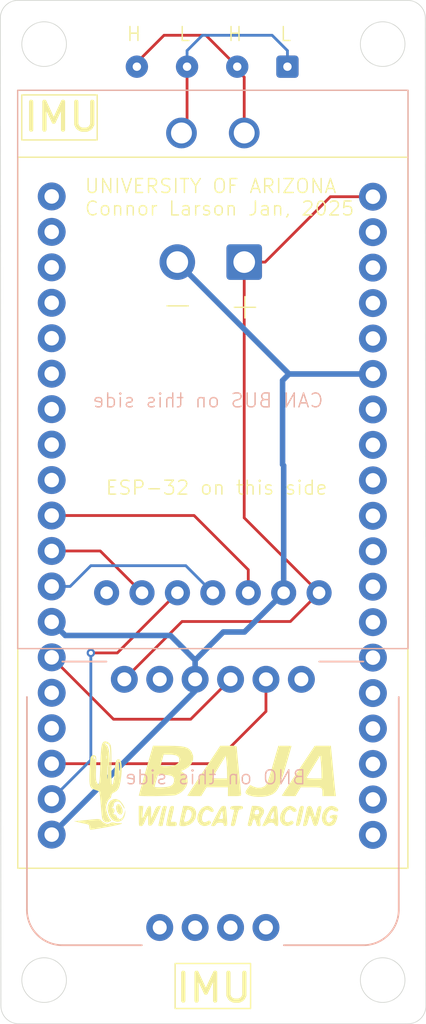
<source format=kicad_pcb>
(kicad_pcb (version 20240108) (generator "pcbnew") (generator_version "8.0")
  (layers (0 "F.Cu" signal) (31 "B.Cu" signal) (34 "B.Paste" user) (35 "F.Paste" user) (36 "B.SilkS" user "B.Silkscreen") (37 "F.SilkS" user "F.Silkscreen") (38 "B.Mask" user) (39 "F.Mask" user) (44 "Edge.Cuts" user))
  (net 0 "")
  (net 6 "GND")
  (net 16 "SI")
  (net 26 "CS")
  (net 33 "+5v")
  (net 34 "SCK")
  (net 35 "SDA")
  (net 36 "SO")
  (net 37 "SCL")
  (net 44 "Low")
  (net 45 "High")
  (footprint "Connector_Wire:SolderWire-0.75sqmm_1x02_P4.8mm_D1.25mm_OD2.3mm" (layer "F.Cu") (at 131.75 76.5 180)
    (property "Reference" "J1" (hide yes))
    (property "Value" "Conn_01x02")
    (pad "1" thru_hole roundrect (at 0 0 180) (size 2.55 2.55) (drill 1.55) (layers "*.Cu" "*.Mask") (roundrect_rratio 0.098039) (net 33 "+5v"))
    (pad "2" thru_hole circle (at 4.8 0 180) (size 2.55 2.55) (drill 1.55) (layers "*.Cu" "*.Mask") (net 6 "GND"))
  )
  (footprint "BAJA SAE:Baja Logo" (layer "F.Cu") (at 129 114)
    (property "Reference" "G***" (hide yes))
    (property "Value" "LOGO" (hide yes))
    (fp_poly (pts (xy -6.150348 1.386464) (xy -6.047882 1.527298) (xy -5.981696 1.710629) (xy -5.972291 1.894405) (xy -5.978448 1.925236) (xy -6.052756 2.061477) (xy -6.163169 2.089719) (xy -6.284948 2.013076) (xy -6.375404 1.875262) (xy -6.439841 1.66625) (xy -6.434342 1.485397) (xy -6.365006 1.363829) (xy -6.268591 1.330174)) (fill solid) (layer "F.SilkS"))
    (fp_poly (pts (xy 6.957772 1.460167) (xy 7.000893 1.483375) (xy 7.016623 1.546401) (xy 7.004794 1.669164) (xy 6.965236 1.871582) (xy 6.89778 2.173575) (xy 6.88071 2.248628) (xy 6.811382 2.539312) (xy 6.755864 2.727888) (xy 6.704498 2.836742) (xy 6.647628 2.888258) (xy 6.59872 2.902286) (xy 6.4878 2.887686) (xy 6.460848 2.840987) (xy 6.473704 2.747978) (xy 6.508416 2.561267) (xy 6.559204 2.310781) (xy 6.602392 2.108152) (xy 6.668095 1.816411) (xy 6.719312 1.627234) (xy 6.765593 1.518802) (xy 6.816485 1.469297) (xy 6.881539 1.4569) (xy 6.887429 1.456858)) (fill solid) (layer "F.SilkS"))
    (fp_poly (pts (xy -2.822678 1.477591) (xy -2.808262 1.553555) (xy -2.812183 1.567706) (xy -2.839246 1.67266) (xy -2.8832 1.859133) (xy -2.936797 2.09447) (xy -2.992791 2.346015) (xy -3.043934 2.581116) (xy -3.082979 2.767117) (xy -3.102678 2.871364) (xy -3.10374 2.881374) (xy -3.158212 2.905475) (xy -3.266363 2.913716) (xy -3.383359 2.893443) (xy -3.401988 2.819312) (xy -3.39792 2.802868) (xy -3.371381 2.695621) (xy -3.325314 2.497498) (xy -3.267295 2.241373) (xy -3.230098 2.074439) (xy -3.165654 1.792866) (xy -3.115689 1.612884) (xy -3.069457 1.511936) (xy -3.016215 1.467465) (xy -2.945217 1.456916) (xy -2.935918 1.456858)) (fill solid) (layer "F.SilkS"))
    (fp_poly (pts (xy -2.346638 1.462554) (xy -2.303175 1.49419) (xy -2.292639 1.57359) (xy -2.314263 1.722575) (xy -2.367283 1.96297) (xy -2.401021 2.10611) (xy -2.517416 2.597007) (xy -2.303845 2.597007) (xy -2.157459 2.609929) (xy -2.099026 2.667304) (xy -2.090274 2.755361) (xy -2.098321 2.843123) (xy -2.142293 2.890506) (xy -2.251938 2.909904) (xy -2.457003 2.913712) (xy -2.470324 2.913716) (xy -2.712693 2.901845) (xy -2.833998 2.865773) (xy -2.850374 2.836581) (xy -2.837537 2.745507) (xy -2.802871 2.560476) (xy -2.752144 2.31117) (xy -2.70883 2.108152) (xy -2.643127 1.816411) (xy -2.59191 1.627234) (xy -2.545629 1.518802) (xy -2.494737 1.469297) (xy -2.429683 1.4569) (xy -2.423793 1.456858)) (fill solid) (layer "F.SilkS"))
    (fp_poly (pts (xy 0.355407 1.513633) (xy 0.443392 1.583541) (xy 0.54756 1.735184) (xy 0.550654 1.849614) (xy 0.47488 1.902403) (xy 0.342443 1.869121) (xy 0.247058 1.799528) (xy 0.098141 1.727697) (xy -0.045245 1.776957) (xy -0.17296 1.941798) (xy -0.223826 2.055366) (xy -0.284763 2.300847) (xy -0.270221 2.490533) (xy -0.190875 2.60739) (xy -0.057399 2.634384) (xy 0.098129 2.569119) (xy 0.211454 2.509435) (xy 0.284349 2.531512) (xy 0.324681 2.574942) (xy 0.368261 2.659187) (xy 0.322552 2.739776) (xy 0.260131 2.794292) (xy 0.049326 2.894385) (xy -0.186056 2.900905) (xy -0.395444 2.814512) (xy -0.430681 2.785279) (xy -0.571893 2.593057) (xy -0.6137 2.358739) (xy -0.56967 2.088771) (xy -0.452454 1.816995) (xy -0.278424 1.612165) (xy -0.070494 1.485709) (xy 0.148421 1.449056)) (fill solid) (layer "F.SilkS"))
    (fp_poly (pts (xy 2.455012 1.460389) (xy 2.586365 1.476268) (xy 2.645695 1.512426) (xy 2.660296 1.576793) (xy 2.66035 1.583541) (xy 2.622098 1.683843) (xy 2.506264 1.710224) (xy 2.432972 1.713375) (xy 2.379725 1.73687) (xy 2.336976 1.801777) (xy 2.295178 1.929164) (xy 2.244782 2.140095) (xy 2.183314 2.422818) (xy 2.126885 2.669055) (xy 2.079861 2.815891) (xy 2.028931 2.888555) (xy 1.960786 2.912278) (xy 1.924355 2.913716) (xy 1.8136 2.893279) (xy 1.796567 2.808646) (xy 1.803985 2.771197) (xy 1.894675 2.37571) (xy 1.959176 2.089808) (xy 2.000488 1.8998) (xy 2.02161 1.791995) (xy 2.025997 1.75773) (xy 1.972666 1.721517) (xy 1.874509 1.710224) (xy 1.764316 1.689117) (xy 1.749775 1.606875) (xy 1.755213 1.583541) (xy 1.787817 1.515898) (xy 1.860819 1.477535) (xy 2.00364 1.460508) (xy 2.224346 1.456858)) (fill solid) (layer "F.SilkS"))
    (fp_poly (pts (xy 6.205096 1.4923) (xy 6.356917 1.579925) (xy 6.468548 1.691676) (xy 6.506446 1.7995) (xy 6.495417 1.832218) (xy 6.396028 1.894352) (xy 6.26904 1.882874) (xy 6.184576 1.805237) (xy 6.100219 1.71743) (xy 5.97428 1.724556) (xy 5.83852 1.818257) (xy 5.763396 1.916085) (xy 5.670025 2.135006) (xy 5.64154 2.353717) (xy 5.680018 2.530775) (xy 5.72938 2.594485) (xy 5.842465 2.634712) (xy 5.973941 2.621813) (xy 6.066737 2.566721) (xy 6.080798 2.527169) (xy 6.125728 2.501538) (xy 6.205123 2.532403) (xy 6.293289 2.624702) (xy 6.264332 2.730865) (xy 6.123867 2.833372) (xy 6.106004 2.841794) (xy 5.839435 2.909628) (xy 5.606387 2.856038) (xy 5.476174 2.758241) (xy 5.350908 2.552172) (xy 5.319253 2.3055) (xy 5.368684 2.046792) (xy 5.486681 1.804615) (xy 5.66072 1.607537) (xy 5.87828 1.484126) (xy 6.046628 1.456858)) (fill solid) (layer "F.SilkS"))
    (fp_poly (pts (xy -1.024944 1.501421) (xy -0.822571 1.632283) (xy -0.714477 1.845199) (xy -0.696856 2.008218) (xy -0.752663 2.342767) (xy -0.910193 2.61271) (xy -1.155059 2.804103) (xy -1.472873 2.902999) (xy -1.631047 2.913617) (xy -1.806249 2.902678) (xy -1.885805 2.86154) (xy -1.900608 2.802868) (xy -1.887482 2.695842) (xy -1.855135 2.516204) (xy -1.566087 2.516204) (xy -1.555521 2.587209) (xy -1.470151 2.603361) (xy -1.345574 2.571932) (xy -1.217391 2.500198) (xy -1.144747 2.430111) (xy -1.045523 2.240956) (xy -1.01425 2.039455) (xy -1.051485 1.867257) (xy -1.135985 1.775794) (xy -1.263012 1.722621) (xy -1.346135 1.741367) (xy -1.404779 1.849848) (xy -1.458364 2.065878) (xy -1.459807 2.072813) (xy -1.505953 2.283908) (xy -1.546356 2.449647) (xy -1.566087 2.516204) (xy -1.855135 2.516204) (xy -1.851884 2.498149) (xy -1.799978 2.242524) (xy -1.763454 2.074439) (xy -1.625942 1.456858) (xy -1.316825 1.456858)) (fill solid) (layer "F.SilkS"))
    (fp_poly (pts (xy -7.654053 2.402296) (xy -7.581566 2.422053) (xy -7.554846 2.453547) (xy -7.481472 2.533546) (xy -7.336969 2.63141) (xy -7.276328 2.66441) (xy -7.114003 2.739091) (xy -7.009127 2.753137) (xy -6.910047 2.710302) (xy -6.882959 2.693004) (xy -6.744629 2.631889) (xy -6.592145 2.647756) (xy -6.533611 2.666556) (xy -6.340888 2.70434) (xy -6.168493 2.695843) (xy -6.049475 2.683125) (xy -6.030868 2.732256) (xy -6.096009 2.761441) (xy -6.262066 2.806111) (xy -6.504881 2.861618) (xy -6.800297 2.923312) (xy -7.124156 2.986546) (xy -7.4523 3.04667) (xy -7.760573 3.099035) (xy -8.024816 3.138994) (xy -8.220872 3.161897) (xy -8.28192 3.165433) (xy -8.339884 3.111051) (xy -8.361097 2.981548) (xy -8.369818 2.875834) (xy -8.415829 2.811557) (xy -8.5289 2.767868) (xy -8.725311 2.726489) (xy -8.963523 2.677714) (xy -9.180743 2.627779) (xy -9.279551 2.601781) (xy -9.469576 2.546598) (xy -9.279551 2.536449) (xy -9.1417 2.525849) (xy -8.911272 2.504754) (xy -8.621633 2.476328) (xy -8.338593 2.447166) (xy -8.012126 2.415019) (xy -7.79076 2.400007)) (fill solid) (layer "F.SilkS"))
    (fp_poly (pts (xy 9.207495 1.492935) (xy 9.37541 1.583063) (xy 9.48301 1.700087) (xy 9.501247 1.766789) (xy 9.45167 1.843228) (xy 9.337711 1.864441) (xy 9.211533 1.824864) (xy 9.179918 1.801055) (xy 9.028503 1.730662) (xy 8.877139 1.779111) (xy 8.742338 1.939636) (xy 8.715589 1.991327) (xy 8.639537 2.221473) (xy 8.630229 2.422378) (xy 8.676953 2.574111) (xy 8.768995 2.656737) (xy 8.895641 2.650323) (xy 9.021661 2.560812) (xy 9.111341 2.43708) (xy 9.088575 2.36285) (xy 8.98987 2.343641) (xy 8.888897 2.30952) (xy 8.879568 2.232793) (xy 8.943683 2.16178) (xy 9.075882 2.112808) (xy 9.231617 2.091225) (xy 9.36634 2.102378) (xy 9.4355 2.151615) (xy 9.437552 2.165809) (xy 9.405842 2.372543) (xy 9.32721 2.58937) (xy 9.224056 2.762192) (xy 9.167983 2.816836) (xy 8.961031 2.89987) (xy 8.731289 2.90188) (xy 8.533045 2.825121) (xy 8.489392 2.788643) (xy 8.357929 2.577212) (xy 8.318562 2.324919) (xy 8.359741 2.06068) (xy 8.469916 1.813412) (xy 8.637538 1.612034) (xy 8.851057 1.485463) (xy 9.021312 1.456858)) (fill solid) (layer "F.SilkS"))
    (fp_poly (pts (xy 5.020255 1.461094) (xy 5.075902 1.490704) (xy 5.10944 1.571035) (xy 5.13158 1.727438) (xy 5.152577 1.979426) (xy 5.179115 2.342223) (xy 5.191882 2.597467) (xy 5.189332 2.763698) (xy 5.16992 2.859457) (xy 5.132102 2.903283) (xy 5.07472 2.913716) (xy 4.96326 2.860216) (xy 4.922296 2.787032) (xy 4.860142 2.693914) (xy 4.718542 2.661192) (xy 4.676778 2.660349) (xy 4.476818 2.701378) (xy 4.385274 2.787032) (xy 4.299995 2.863591) (xy 4.184156 2.911837) (xy 4.086407 2.917976) (xy 4.053866 2.88099) (xy 4.08067 2.814998) (xy 4.153762 2.658936) (xy 4.262158 2.435732) (xy 4.304179 2.351063) (xy 4.636469 2.351063) (xy 4.699482 2.402436) (xy 4.750624 2.406982) (xy 4.827915 2.389735) (xy 4.864952 2.316822) (xy 4.874827 2.15649) (xy 4.874652 2.10611) (xy 4.871997 1.805237) (xy 4.750624 2.026932) (xy 4.653516 2.230771) (xy 4.636469 2.351063) (xy 4.304179 2.351063) (xy 4.394876 2.168316) (xy 4.402774 2.152561) (xy 4.551753 1.859899) (xy 4.660391 1.662891) (xy 4.742897 1.54285) (xy 4.813479 1.481094) (xy 4.886344 1.458936) (xy 4.93179 1.456858)) (fill solid) (layer "F.SilkS"))
    (fp_poly (pts (xy 5.89815 -2.848279) (xy 6.065337 -2.842738) (xy 6.14227 -2.834871) (xy 6.14414 -2.833356) (xy 6.127466 -2.770319) (xy 6.080685 -2.602689) (xy 6.008653 -2.347632) (xy 5.916231 -2.022317) (xy 5.808276 -1.643911) (xy 5.738362 -1.399549) (xy 5.582521 -0.867181) (xy 5.448838 -0.442981) (xy 5.32988 -0.111937) (xy 5.218217 0.140961) (xy 5.106415 0.330724) (xy 4.987042 0.472365) (xy 4.852667 0.580894) (xy 4.718953 0.659446) (xy 4.456025 0.750201) (xy 4.117854 0.80214) (xy 3.75023 0.813864) (xy 3.39894 0.783978) (xy 3.109773 0.711085) (xy 3.103741 0.708702) (xy 2.916407 0.615394) (xy 2.838881 0.514133) (xy 2.866817 0.380738) (xy 2.995866 0.191029) (xy 3.007933 0.17582) (xy 3.181857 -0.042153) (xy 3.412001 0.077931) (xy 3.687388 0.164257) (xy 3.965738 0.154053) (xy 4.207034 0.05142) (xy 4.280828 -0.011105) (xy 4.370625 -0.152893) (xy 4.478204 -0.414035) (xy 4.604411 -0.796755) (xy 4.686906 -1.076808) (xy 4.791264 -1.442091) (xy 4.89513 -1.804171) (xy 4.988072 -2.126776) (xy 5.059658 -2.373635) (xy 5.074036 -2.422818) (xy 5.19938 -2.850374) (xy 5.67176 -2.850374)) (fill solid) (layer "F.SilkS"))
    (fp_poly (pts (xy 3.894099 1.498215) (xy 4.083145 1.610966) (xy 4.173425 1.77813) (xy 4.155549 1.982728) (xy 4.026619 2.200148) (xy 3.925582 2.350187) (xy 3.896407 2.505876) (xy 3.908276 2.648399) (xy 3.924104 2.81556) (xy 3.902887 2.892472) (xy 3.831572 2.913277) (xy 3.806851 2.913716) (xy 3.716757 2.902912) (xy 3.660095 2.849956) (xy 3.616109 2.724027) (xy 3.582887 2.581172) (xy 3.524409 2.439744) (xy 3.449901 2.413998) (xy 3.37844 2.497896) (xy 3.332784 2.660349) (xy 3.287711 2.834899) (xy 3.217174 2.907642) (xy 3.176891 2.913716) (xy 3.059293 2.895195) (xy 3.02365 2.875852) (xy 3.003638 2.788899) (xy 3.008833 2.765004) (xy 3.031644 2.674952) (xy 3.074387 2.491645) (xy 3.130025 2.245607) (xy 3.168023 2.074439) (xy 3.18804 1.983634) (xy 3.484761 1.983634) (xy 3.514568 2.066056) (xy 3.626184 2.081717) (xy 3.65798 2.078646) (xy 3.788545 2.038213) (xy 3.831059 1.935394) (xy 3.83217 1.901117) (xy 3.789799 1.761824) (xy 3.713077 1.720695) (xy 3.579793 1.748595) (xy 3.499208 1.875276) (xy 3.484761 1.983634) (xy 3.18804 1.983634) (xy 3.304165 1.456858) (xy 3.615674 1.456858)) (fill solid) (layer "F.SilkS"))
    (fp_poly (pts (xy 7.519941 1.473388) (xy 7.583573 1.540112) (xy 7.644939 1.682729) (xy 7.707912 1.884414) (xy 7.833036 2.31197) (xy 7.926971 1.900249) (xy 7.986169 1.671561) (xy 8.04269 1.540953) (xy 8.111274 1.481026) (xy 8.159331 1.468288) (xy 8.23331 1.466029) (xy 8.276722 1.497477) (xy 8.289397 1.580839) (xy 8.271162 1.734318) (xy 8.221847 1.976121) (xy 8.151692 2.280299) (xy 8.081666 2.562673) (xy 8.025217 2.743494) (xy 7.972052 2.845621) (xy 7.911875 2.891914) (xy 7.871774 2.901901) (xy 7.789399 2.896721) (xy 7.728109 2.835418) (xy 7.669708 2.692006) (xy 7.62785 2.553521) (xy 7.551761 2.300162) (xy 7.496906 2.166361) (xy 7.452837 2.149017) (xy 7.409105 2.245031) (xy 7.355263 2.451303) (xy 7.350502 2.471231) (xy 7.289471 2.698643) (xy 7.232101 2.828492) (xy 7.162959 2.888447) (xy 7.1101 2.902286) (xy 6.999437 2.904345) (xy 6.967581 2.88578) (xy 6.980669 2.808443) (xy 7.015105 2.64041) (xy 7.063653 2.414399) (xy 7.119075 2.163129) (xy 7.174135 1.919319) (xy 7.221594 1.715687) (xy 7.254215 1.584953) (xy 7.259139 1.567706) (xy 7.343921 1.477923) (xy 7.437807 1.456858)) (fill solid) (layer "F.SilkS"))
    (fp_poly (pts (xy 1.354643 1.461107) (xy 1.408252 1.490275) (xy 1.441187 1.568989) (xy 1.463014 1.72188) (xy 1.483299 1.973576) (xy 1.486048 2.011097) (xy 1.50608 2.283217) (xy 1.523968 2.523392) (xy 1.536689 2.691114) (xy 1.53924 2.723691) (xy 1.519935 2.850691) (xy 1.41623 2.901256) (xy 1.409352 2.902286) (xy 1.297774 2.890286) (xy 1.266836 2.792935) (xy 1.266833 2.791438) (xy 1.246616 2.705406) (xy 1.163362 2.667712) (xy 1.017735 2.660349) (xy 0.841299 2.676609) (xy 0.751921 2.736097) (xy 0.728429 2.787032) (xy 0.635414 2.893488) (xy 0.534136 2.913716) (xy 0.417047 2.899876) (xy 0.38005 2.87437) (xy 0.407659 2.806122) (xy 0.482929 2.64883) (xy 0.594523 2.425558) (xy 0.619647 2.376593) (xy 0.950125 2.376593) (xy 1.000272 2.404116) (xy 1.106475 2.403165) (xy 1.202375 2.377878) (xy 1.224602 2.359476) (xy 1.233043 2.271944) (xy 1.21891 2.112313) (xy 1.210704 2.058603) (xy 1.168219 1.805237) (xy 1.059172 2.075721) (xy 0.994139 2.243066) (xy 0.955129 2.3551) (xy 0.950125 2.376593) (xy 0.619647 2.376593) (xy 0.731106 2.159368) (xy 0.738079 2.145941) (xy 0.891775 1.854899) (xy 1.004062 1.659122) (xy 1.089247 1.540101) (xy 1.161639 1.479327) (xy 1.235547 1.458294) (xy 1.270797 1.456858)) (fill solid) (layer "F.SilkS"))
    (fp_poly (pts (xy -6.196559 1.064439) (xy -6.132059 1.124314) (xy -5.957967 1.342816) (xy -5.851344 1.543801) (xy -5.827431 1.65614) (xy -5.852003 1.652915) (xy -5.915096 1.557717) (xy -5.96995 1.455688) (xy -6.117511 1.234224) (xy -6.268512 1.139083) (xy -6.42105 1.147257) (xy -6.547346 1.220507) (xy -6.606414 1.328987) (xy -6.60036 1.380724) (xy -6.622208 1.4788) (xy -6.690434 1.555069) (xy -6.759353 1.616623) (xy -6.723895 1.617452) (xy -6.706703 1.611785) (xy -6.619705 1.633497) (xy -6.561793 1.730203) (xy -6.55198 1.850616) (xy -6.589605 1.92766) (xy -6.648056 2.022723) (xy -6.59482 2.06697) (xy -6.544412 2.067401) (xy -6.444384 2.115999) (xy -6.392372 2.216957) (xy -6.356944 2.311557) (xy -6.338464 2.31197) (xy -6.301444 2.305729) (xy -6.237137 2.371583) (xy -6.168616 2.437605) (xy -6.144139 2.419089) (xy -6.093183 2.351865) (xy -6.051044 2.343641) (xy -5.97448 2.286062) (xy -5.892617 2.132102) (xy -5.860073 2.042768) (xy -5.762197 1.741895) (xy -5.789622 2.017323) (xy -5.865221 2.290842) (xy -6.014816 2.484979) (xy -6.215105 2.589105) (xy -6.442785 2.592591) (xy -6.674554 2.484809) (xy -6.725045 2.443995) (xy -6.886711 2.233518) (xy -7.001936 1.952264) (xy -7.052612 1.652928) (xy -7.047277 1.506297) (xy -6.966858 1.251405) (xy -6.815572 1.068919) (xy -6.619423 0.969694) (xy -6.404417 0.964583)) (fill solid) (layer "F.SilkS"))
    (fp_poly (pts (xy 9.113508 -1.314339) (xy 9.15553 -0.870088) (xy 9.195737 -0.453348) (xy 9.232009 -0.085463) (xy 9.262223 0.212219) (xy 9.284259 0.418353) (xy 9.292894 0.490898) (xy 9.328442 0.7601) (xy 8.84477 0.7601) (xy 8.361098 0.7601) (xy 8.361098 0.543584) (xy 8.357564 0.372839) (xy 8.333367 0.256555) (xy 8.268106 0.184323) (xy 8.141385 0.145731) (xy 7.932805 0.13037) (xy 7.62197 0.127828) (xy 7.546715 0.12794) (xy 6.809227 0.129197) (xy 6.621947 0.444648) (xy 6.434666 0.7601) (xy 5.941024 0.7601) (xy 5.709061 0.756339) (xy 5.53562 0.746364) (xy 5.451072 0.732135) (xy 5.447382 0.728244) (xy 5.481254 0.669866) (xy 5.577441 0.51864) (xy 5.7278 0.287001) (xy 5.924191 -0.012615) (xy 6.158469 -0.367774) (xy 6.283491 -0.556363) (xy 7.231505 -0.556363) (xy 7.280068 -0.53412) (xy 7.427833 -0.517033) (xy 7.647341 -0.507708) (xy 7.754074 -0.506733) (xy 8.297756 -0.506733) (xy 8.289888 -0.902619) (xy 8.278865 -1.193405) (xy 8.258843 -1.521688) (xy 8.242382 -1.724601) (xy 8.202744 -2.150698) (xy 7.727681 -1.378345) (xy 7.556261 -1.098633) (xy 7.409305 -0.856914) (xy 7.299323 -0.673911) (xy 7.238823 -0.570348) (xy 7.231505 -0.556363) (xy 6.283491 -0.556363) (xy 6.422494 -0.76604) (xy 6.629432 -1.076993) (xy 7.811483 -2.850374) (xy 8.390577 -2.850374) (xy 8.96967 -2.850374)) (fill solid) (layer "F.SilkS"))
    (fp_poly (pts (xy -4.528927 1.900249) (xy -4.546587 2.118165) (xy -4.551355 2.276389) (xy -4.54237 2.343195) (xy -4.540953 2.343641) (xy -4.504033 2.28919) (xy -4.436038 2.145188) (xy -4.350483 1.940661) (xy -4.334493 1.900249) (xy -4.227188 1.652049) (xy -4.138828 1.510218) (xy -4.058443 1.458024) (xy -4.043858 1.456858) (xy -3.982945 1.471561) (xy -3.947217 1.533105) (xy -3.92984 1.667645) (xy -3.923981 1.901333) (xy -3.923867 1.916085) (xy -3.920553 2.375312) (xy -3.741437 1.93192) (xy -3.640857 1.698504) (xy -3.560342 1.560187) (xy -3.480958 1.491538) (xy -3.396373 1.468486) (xy -3.27417 1.463558) (xy -3.230424 1.478675) (xy -3.254984 1.544866) (xy -3.321838 1.702644) (xy -3.420746 1.92832) (xy -3.540239 2.195476) (xy -3.677178 2.492022) (xy -3.778674 2.690145) (xy -3.857306 2.808649) (xy -3.925653 2.866341) (xy -3.996292 2.882025) (xy -3.999466 2.882045) (xy -4.080119 2.874069) (xy -4.123642 2.830947) (xy -4.139849 2.723882) (xy -4.138555 2.52408) (xy -4.137268 2.477717) (xy -4.136548 2.260122) (xy -4.153683 2.156251) (xy -4.194024 2.167768) (xy -4.262923 2.296338) (xy -4.36573 2.543624) (xy -4.368053 2.549501) (xy -4.458417 2.756742) (xy -4.535166 2.868338) (xy -4.619486 2.910452) (xy -4.662967 2.913716) (xy -4.727705 2.909846) (xy -4.770654 2.883861) (xy -4.796283 2.814192) (xy -4.809065 2.679271) (xy -4.813469 2.457532) (xy -4.813965 2.185287) (xy -4.813965 1.456858) (xy -4.649182 1.456858) (xy -4.484399 1.456858)) (fill solid) (layer "F.SilkS"))
    (fp_poly (pts (xy 1.901583 -2.848842) (xy 2.07498 -2.840407) (xy 2.169565 -2.819316) (xy 2.209274 -2.779813) (xy 2.21804 -2.716143) (xy 2.218139 -2.707856) (xy 2.224665 -2.606833) (xy 2.24237 -2.398933) (xy 2.269472 -2.103299) (xy 2.304188 -1.739073) (xy 2.344735 -1.325397) (xy 2.375954 -1.013467) (xy 2.419428 -0.57859) (xy 2.45831 -0.181679) (xy 2.490838 0.15861) (xy 2.515248 0.423623) (xy 2.529776 0.594704) (xy 2.533127 0.649252) (xy 2.517342 0.706428) (xy 2.452378 0.740009) (xy 2.312856 0.755921) (xy 2.073398 0.760093) (xy 2.058604 0.7601) (xy 1.583542 0.7601) (xy 1.583542 0.443391) (xy 1.583542 0.126683) (xy 0.820825 0.126683) (xy 0.058109 0.126683) (xy -0.138767 0.443391) (xy -0.335644 0.7601) (xy -0.832909 0.7601) (xy -1.06581 0.756365) (xy -1.240301 0.746455) (xy -1.326119 0.732307) (xy -1.330174 0.728244) (xy -1.296302 0.669866) (xy -1.200116 0.51864) (xy -1.049756 0.287001) (xy -0.853365 -0.012615) (xy -0.619087 -0.367774) (xy -0.495472 -0.55424) (xy 0.46346 -0.55424) (xy 0.508988 -0.532947) (xy 0.654129 -0.516589) (xy 0.871836 -0.507665) (xy 0.978058 -0.506733) (xy 1.5202 -0.506733) (xy 1.514651 -0.997631) (xy 1.506078 -1.288922) (xy 1.488956 -1.579552) (xy 1.467145 -1.805237) (xy 1.425187 -2.121945) (xy 0.958096 -1.361846) (xy 0.787752 -1.084461) (xy 0.641174 -0.845437) (xy 0.531154 -0.665655) (xy 0.47048 -0.565996) (xy 0.46346 -0.55424) (xy -0.495472 -0.55424) (xy -0.355062 -0.76604) (xy -0.148124 -1.076993) (xy 1.033927 -2.850374) (xy 1.625442 -2.850374)) (fill solid) (layer "F.SilkS"))
    (fp_poly (pts (xy -2.736844 -2.848983) (xy -2.250157 -2.842472) (xy -1.871799 -2.821218) (xy -1.583814 -2.780486) (xy -1.368241 -2.715538) (xy -1.207124 -2.621637) (xy -1.082504 -2.494047) (xy -1.015011 -2.39483) (xy -0.90904 -2.112351) (xy -0.918628 -1.824764) (xy -1.035136 -1.551917) (xy -1.249923 -1.313659) (xy -1.554349 -1.129838) (xy -1.568281 -1.123893) (xy -1.773813 -1.037473) (xy -1.586201 -0.898765) (xy -1.431989 -0.730925) (xy -1.326109 -0.518131) (xy -1.325536 -0.516231) (xy -1.303156 -0.234116) (xy -1.389864 0.04988) (xy -1.570405 0.3134) (xy -1.829524 0.534088) (xy -2.147232 0.68801) (xy -2.26154 0.707173) (xy -2.468765 0.72403) (xy -2.746456 0.738271) (xy -3.072164 0.749583) (xy -3.423438 0.757655) (xy -3.777828 0.762175) (xy -4.112884 0.762831) (xy -4.406156 0.759311) (xy -4.635194 0.751304) (xy -4.777547 0.738497) (xy -4.813965 0.725042) (xy -4.797311 0.657677) (xy -4.750886 0.487264) (xy -4.679991 0.232486) (xy -4.636904 0.079177) (xy -3.672955 0.079177) (xy -3.61648 0.110638) (xy -3.467999 0.126699) (xy -3.261077 0.128694) (xy -3.029281 0.117961) (xy -2.806178 0.095834) (xy -2.625333 0.06365) (xy -2.538196 0.034013) (xy -2.374969 -0.085156) (xy -2.296657 -0.249442) (xy -2.280299 -0.440888) (xy -2.3288 -0.596815) (xy -2.478104 -0.697827) (xy -2.733913 -0.746218) (xy -3.042117 -0.747562) (xy -3.445068 -0.728429) (xy -3.558581 -0.348379) (xy -3.618154 -0.142271) (xy -3.659581 0.013745) (xy -3.672955 0.079177) (xy -4.636904 0.079177) (xy -4.589927 -0.087972) (xy -4.485996 -0.455428) (xy -4.373499 -0.851198) (xy -4.257739 -1.256599) (xy -4.206016 -1.436867) (xy -3.230424 -1.436867) (xy -3.17346 -1.406392) (xy -3.025584 -1.392066) (xy -2.821319 -1.3923) (xy -2.595188 -1.405508) (xy -2.381715 -1.4301) (xy -2.215424 -1.46449) (xy -2.158146 -1.486186) (xy -2.01892 -1.582743) (xy -1.939596 -1.681392) (xy -1.899323 -1.898602) (xy -1.968613 -2.058573) (xy -2.149113 -2.162637) (xy -2.442472 -2.212126) (xy -2.602754 -2.216958) (xy -3.023705 -2.216958) (xy -3.127064 -1.848588) (xy -3.182015 -1.646066) (xy -3.219501 -1.495134) (xy -3.230424 -1.436867) (xy -4.206016 -1.436867) (xy -4.144017 -1.652948) (xy -4.037635 -2.02156) (xy -3.943894 -2.343753) (xy -3.920717 -2.422818) (xy -3.795134 -2.850374)) (fill solid) (layer "F.SilkS"))
    (fp_poly (pts (xy -7.052322 -3.122443) (xy -6.91528 -3.020481) (xy -6.871124 -2.968594) (xy -6.837542 -2.907989) (xy -6.813059 -2.821792) (xy -6.796201 -2.693129) (xy -6.785494 -2.505126) (xy -6.779464 -2.240909) (xy -6.776635 -1.883605) (xy -6.775541 -1.421105) (xy -6.774011 -0.953694) (xy -6.770308 -0.599936) (xy -6.763563 -0.34681) (xy -6.752909 -0.181293) (xy -6.737476 -0.090361) (xy -6.716397 -0.060992) (xy -6.688803 -0.080164) (xy -6.686341 -0.083335) (xy -6.639578 -0.207175) (xy -6.598199 -0.437851) (xy -6.565439 -0.755535) (xy -6.557132 -0.875106) (xy -6.529443 -1.257193) (xy -6.498134 -1.530448) (xy -6.458616 -1.711815) (xy -6.257773 -1.711815) (xy -6.244375 -1.646883) (xy -6.225796 -1.508436) (xy -6.208818 -1.287148) (xy -6.196674 -1.026853) (xy -6.195321 -0.981796) (xy -6.18143 -0.475063) (xy -6.160301 -1.030489) (xy -6.157776 -1.330755) (xy -6.173806 -1.55957) (xy -6.206454 -1.690668) (xy -6.209356 -1.695576) (xy -6.255967 -1.757146) (xy -6.257773 -1.711815) (xy -6.458616 -1.711815) (xy -6.458419 -1.71272) (xy -6.405511 -1.821854) (xy -6.334625 -1.875697) (xy -6.285413 -1.888333) (xy -6.160907 -1.850219) (xy -6.077939 -1.69458) (xy -6.036964 -1.423725) (xy -6.038434 -1.039963) (xy -6.061045 -0.744457) (xy -6.113796 -0.318504) (xy -6.181692 -0.001247) (xy -6.271879 0.225051) (xy -6.3915 0.378122) (xy -6.5477 0.475704) (xy -6.55358 0.478192) (xy -6.711201 0.566795) (xy -6.772965 0.675089) (xy -6.777556 0.731267) (xy -6.810704 0.865583) (xy -6.871012 0.926621) (xy -6.981109 1.024281) (xy -7.078686 1.202933) (xy -7.143165 1.417146) (xy -7.157606 1.559388) (xy -7.133882 1.770569) (xy -7.072737 2.009891) (xy -6.989208 2.233538) (xy -6.898332 2.397697) (xy -6.853813 2.444534) (xy -6.793791 2.506366) (xy -6.837435 2.559526) (xy -6.888659 2.588669) (xy -7.071474 2.653309) (xy -7.229006 2.61493) (xy -7.324793 2.548093) (xy -7.377683 2.49448) (xy -7.41796 2.417636) (xy -7.449533 2.296977) (xy -7.476313 2.11192) (xy -7.502208 1.841882) (xy -7.531129 1.466281) (xy -7.531659 1.45902) (xy -7.55908 1.119161) (xy -7.587871 0.824942) (xy -7.615408 0.599106) (xy -7.639066 0.464402) (xy -7.649509 0.43737) (xy -7.735567 0.392439) (xy -7.89093 0.333508) (xy -7.935784 0.318707) (xy -8.09621 0.257198) (xy -8.212486 0.17791) (xy -8.290497 0.061804) (xy -8.336128 -0.110157) (xy -8.355262 -0.357011) (xy -8.353784 -0.697794) (xy -8.343692 -1.000993) (xy -8.328044 -1.338895) (xy -8.309672 -1.637127) (xy -8.290494 -1.870104) (xy -8.272429 -2.012239) (xy -8.265965 -2.037871) (xy -8.257594 -2.048047) (xy -8.069655 -2.048047) (xy -8.031488 -1.966472) (xy -7.953964 -1.876686) (xy -7.917933 -1.893193) (xy -7.939563 -1.99253) (xy -8.006614 -2.078153) (xy -8.042937 -2.090275) (xy -8.069655 -2.048047) (xy -8.257594 -2.048047) (xy -8.165981 -2.159419) (xy -8.026165 -2.184669) (xy -7.93227 -2.139419) (xy -7.892833 -2.087373) (xy -7.868442 -1.995813) (xy -7.857725 -1.843549) (xy -7.85931 -1.609391) (xy -7.871824 -1.272149) (xy -7.87357 -1.233127) (xy -7.886523 -0.827651) (xy -7.882904 -0.535013) (xy -7.862207 -0.342394) (xy -7.835142 -0.255787) (xy -7.771367 -0.142584) (xy -7.720579 -0.091827) (xy -7.680641 -0.1132) (xy -7.649421 -0.216386) (xy -7.624782 -0.411068) (xy -7.60459 -0.70693) (xy -7.592507 -0.981796) (xy -7.069653 -0.981796) (xy -7.068257 -0.715259) (xy -7.064282 -0.539428) (xy -7.058274 -0.464867) (xy -7.050778 -0.502137) (xy -7.047434 -0.551605) (xy -7.038784 -0.839902) (xy -7.040175 -1.167332) (xy -7.047233 -1.375047) (xy -7.055099 -1.473674) (xy -7.06177 -1.455147) (xy -7.066702 -1.328989) (xy -7.069351 -1.104728) (xy -7.069653 -0.981796) (xy -7.592507 -0.981796) (xy -7.58671 -1.113655) (xy -7.575613 -1.432965) (xy -7.555948 -1.953546) (xy -7.551815 -2.026933) (xy -7.14291 -2.026933) (xy -7.136306 -1.911694) (xy -7.119864 -1.898113) (xy -7.113943 -1.916085) (xy -7.104092 -2.076734) (xy -7.113943 -2.137781) (xy -7.132302 -2.157494) (xy -7.142298 -2.069909) (xy -7.14291 -2.026933) (xy -7.551815 -2.026933) (xy -7.533015 -2.360725) (xy -7.503928 -2.667781) (xy -7.4658 -2.887994) (xy -7.418877 -3.025468) (xy -7.272933 -3.025468) (xy -7.217923 -2.979755) (xy -7.199177 -2.968663) (xy -7.073577 -2.847366) (xy -6.983583 -2.643111) (xy -6.925953 -2.34339) (xy -6.897445 -1.935695) (xy -6.894102 -1.791436) (xy -6.887955 -1.541108) (xy -6.878822 -1.371105) (xy -6.867959 -1.297137) (xy -6.857179 -1.330175) (xy -6.847749 -1.488645) (xy -6.844232 -1.734014) (xy -6.846885 -2.026621) (xy -6.85148 -2.206331) (xy -6.864372 -2.51007) (xy -6.882958 -2.712644) (xy -6.912176 -2.839573) (xy -6.956965 -2.916374) (xy -6.995523 -2.950596) (xy -7.132507 -3.021303) (xy -7.217218 -3.038473) (xy -7.272933 -3.025468) (xy -7.418877 -3.025468) (xy -7.415745 -3.034645) (xy -7.350875 -3.121014) (xy -7.268306 -3.160381) (xy -7.198691 -3.167082)) (fill solid) (layer "F.SilkS"))
  )
  (footprint "Connector_Wire:SolderWire-0.1sqmm_1x04_P3.6mm_D0.4mm_OD1mm" (layer "F.Cu") (at 134.85 62.5 180)
    (property "Reference" "J2" (hide yes))
    (property "Value" "CAN to outer connector" (hide yes))
    (pad "1" thru_hole roundrect (at 0 0 180) (size 1.6 1.6) (drill 0.6) (layers "*.Cu" "*.Mask") (roundrect_rratio 0.15625) (net 44 "Low"))
    (pad "2" thru_hole circle (at 3.6 0 180) (size 1.6 1.6) (drill 0.6) (layers "*.Cu" "*.Mask") (net 45 "High"))
    (pad "3" thru_hole circle (at 7.2 0 180) (size 1.6 1.6) (drill 0.6) (layers "*.Cu" "*.Mask") (net 44 "Low"))
    (pad "4" thru_hole circle (at 10.8 0 180) (size 1.6 1.6) (drill 0.6) (layers "*.Cu" "*.Mask") (net 45 "High"))
  )
  (footprint "BAJA SAE:MODULE_ESP32-DEVKITC-32D" (layer "F.Cu") (at 129.2214 98.606 180)
    (property "Reference" "UNIT_1" (hide yes))
    (property "Value" "ESP32-DEVKITC-32D" (hide yes))
    (fp_rect (start -14.27 -21.32) (end 13.7128 29.62) (stroke (width 0.1)) (fill none) (layer "F.SilkS"))
    (pad "J2-1" thru_hole circle (at -11.76 -18.93 180) (size 2 2) (drill 1.04) (layers "*.Cu" "*.Mask"))
    (pad "J2-2" thru_hole circle (at -11.76 -16.39 180) (size 2 2) (drill 1.04) (layers "*.Cu" "*.Mask"))
    (pad "J2-3" thru_hole circle (at -11.76 -13.85 180) (size 2 2) (drill 1.04) (layers "*.Cu" "*.Mask"))
    (pad "J2-4" thru_hole circle (at -11.76 -11.31 180) (size 2 2) (drill 1.04) (layers "*.Cu" "*.Mask"))
    (pad "J2-5" thru_hole circle (at -11.76 -8.77 180) (size 2 2) (drill 1.04) (layers "*.Cu" "*.Mask"))
    (pad "J2-6" thru_hole circle (at -11.76 -6.23 180) (size 2 2) (drill 1.04) (layers "*.Cu" "*.Mask"))
    (pad "J2-7" thru_hole circle (at -11.76 -3.69 180) (size 2 2) (drill 1.04) (layers "*.Cu" "*.Mask"))
    (pad "J2-8" thru_hole circle (at -11.76 -1.15 180) (size 2 2) (drill 1.04) (layers "*.Cu" "*.Mask"))
    (pad "J2-9" thru_hole circle (at -11.76 1.39 180) (size 2 2) (drill 1.04) (layers "*.Cu" "*.Mask"))
    (pad "J2-10" thru_hole circle (at -11.76 3.93 180) (size 2 2) (drill 1.04) (layers "*.Cu" "*.Mask"))
    (pad "J2-11" thru_hole circle (at -11.76 6.47 180) (size 2 2) (drill 1.04) (layers "*.Cu" "*.Mask"))
    (pad "J2-12" thru_hole circle (at -11.76 9.01 180) (size 2 2) (drill 1.04) (layers "*.Cu" "*.Mask"))
    (pad "J2-13" thru_hole circle (at -11.76 11.55 180) (size 2 2) (drill 1.04) (layers "*.Cu" "*.Mask"))
    (pad "J2-14" thru_hole circle (at -11.76 14.09 180) (size 2 2) (drill 1.04) (layers "*.Cu" "*.Mask") (net 6 "GND"))
    (pad "J2-15" thru_hole circle (at -11.76 16.63 180) (size 2 2) (drill 1.04) (layers "*.Cu" "*.Mask"))
    (pad "J2-16" thru_hole circle (at -11.76 19.17 180) (size 2 2) (drill 1.04) (layers "*.Cu" "*.Mask"))
    (pad "J2-17" thru_hole circle (at -11.76 21.71 180) (size 2 2) (drill 1.04) (layers "*.Cu" "*.Mask"))
    (pad "J2-18" thru_hole circle (at -11.76 24.25 180) (size 2 2) (drill 1.04) (layers "*.Cu" "*.Mask"))
    (pad "J2-19" thru_hole circle (at -11.76 26.79 180) (size 2 2) (drill 1.04) (layers "*.Cu" "*.Mask") (net 33 "+5v"))
    (pad "J3-1" thru_hole circle (at 11.28 -18.91 180) (size 2 2) (drill 1.04) (layers "*.Cu" "*.Mask") (net 6 "GND"))
    (pad "J3-2" thru_hole circle (at 11.28 -16.37 180) (size 2 2) (drill 1.04) (layers "*.Cu" "*.Mask") (net 16 "SI"))
    (pad "J3-3" thru_hole circle (at 11.28 -13.83 180) (size 2 2) (drill 1.04) (layers "*.Cu" "*.Mask") (net 37 "SCL"))
    (pad "J3-4" thru_hole circle (at 11.28 -11.29 180) (size 2 2) (drill 1.04) (layers "*.Cu" "*.Mask"))
    (pad "J3-5" thru_hole circle (at 11.28 -8.75 180) (size 2 2) (drill 1.04) (layers "*.Cu" "*.Mask"))
    (pad "J3-6" thru_hole circle (at 11.28 -6.21 180) (size 2 2) (drill 1.04) (layers "*.Cu" "*.Mask") (net 35 "SDA"))
    (pad "J3-7" thru_hole circle (at 11.28 -3.67 180) (size 2 2) (drill 1.04) (layers "*.Cu" "*.Mask") (net 6 "GND"))
    (pad "J3-8" thru_hole circle (at 11.28 -1.13 180) (size 2 2) (drill 1.04) (layers "*.Cu" "*.Mask") (net 36 "SO"))
    (pad "J3-9" thru_hole circle (at 11.28 1.41 180) (size 2 2) (drill 1.04) (layers "*.Cu" "*.Mask") (net 34 "SCK"))
    (pad "J3-10" thru_hole circle (at 11.28 3.95 180) (size 2 2) (drill 1.04) (layers "*.Cu" "*.Mask") (net 26 "CS"))
    (pad "J3-11" thru_hole circle (at 11.28 6.49 180) (size 2 2) (drill 1.04) (layers "*.Cu" "*.Mask"))
    (pad "J3-12" thru_hole circle (at 11.28 9.03 180) (size 2 2) (drill 1.04) (layers "*.Cu" "*.Mask"))
    (pad "J3-13" thru_hole circle (at 11.28 11.57 180) (size 2 2) (drill 1.04) (layers "*.Cu" "*.Mask"))
    (pad "J3-14" thru_hole circle (at 11.28 14.11 180) (size 2 2) (drill 1.04) (layers "*.Cu" "*.Mask"))
    (pad "J3-15" thru_hole circle (at 11.28 16.65 180) (size 2 2) (drill 1.04) (layers "*.Cu" "*.Mask"))
    (pad "J3-16" thru_hole circle (at 11.28 19.19 180) (size 2 2) (drill 1.04) (layers "*.Cu" "*.Mask"))
    (pad "J3-17" thru_hole circle (at 11.28 21.73 180) (size 2 2) (drill 1.04) (layers "*.Cu" "*.Mask"))
    (pad "J3-18" thru_hole circle (at 11.28 24.27 180) (size 2 2) (drill 1.04) (layers "*.Cu" "*.Mask"))
    (pad "J3-19" thru_hole circle (at 11.28 26.81 180) (size 2 2) (drill 1.04) (layers "*.Cu" "*.Mask"))
  )
  (footprint "BAJA SAE:HiLetgo CAN Bus (Facing Up)" (layer "B.Cu") (at 127.1 90.24 90)
    (property "Reference" "CAN Bus (Facing UP)" (hide yes))
    (property "Value" "HiLetgo CAN Bus (Facing Up)" (hide yes))
    (fp_rect (start -13.95 16.4) (end 26.05 -11.6) (stroke (width 0.1)) (fill none) (layer "B.SilkS"))
    (pad "1" thru_hole circle (at -9.95 -5.22 270) (size 1.8 1.8) (drill 0.9) (layers "*.Cu" "*.Mask"))
    (pad "2" thru_hole circle (at -9.95 -2.68 270) (size 1.8 1.8) (drill 0.9) (layers "*.Cu" "*.Mask") (net 34 "SCK"))
    (pad "3" thru_hole circle (at -9.95 -0.14 270) (size 1.8 1.8) (drill 0.9) (layers "*.Cu" "*.Mask") (net 16 "SI"))
    (pad "4" thru_hole circle (at -9.95 2.4 270) (size 1.8 1.8) (drill 0.9) (layers "*.Cu" "*.Mask") (net 36 "SO"))
    (pad "5" thru_hole circle (at -9.95 4.94 270) (size 1.8 1.8) (drill 0.9) (layers "*.Cu" "*.Mask") (net 26 "CS"))
    (pad "6" thru_hole circle (at -9.95 7.48 270) (size 1.8 1.8) (drill 0.9) (layers "*.Cu" "*.Mask") (net 6 "GND"))
    (pad "7" thru_hole circle (at -9.95 10.02 270) (size 1.8 1.8) (drill 0.9) (layers "*.Cu" "*.Mask") (net 33 "+5v"))
    (pad "8" thru_hole circle (at 22.99 4.65 270) (size 2.2 2.2) (drill 1.5) (layers "*.Cu" "*.Mask") (net 45 "High"))
    (pad "9" thru_hole circle (at 22.99 0.15 270) (size 2.2 2.2) (drill 1.5) (layers "*.Cu" "*.Mask") (net 44 "Low"))
  )
  (footprint "BAJA SAE:MODULE_2472" (layer "B.Cu") (at 129.5 115.28)
    (property "Reference" "UNIT_3" (hide yes))
    (property "Value" "BNO055")
    (fp_line (start -13.335 7.62) (end -13.335 -7.62) (stroke (width 0.127)) (layer "B.SilkS"))
    (fp_line (start -10.795 -10.16) (end -7.6352 -10.16) (stroke (width 0.127)) (layer "B.SilkS"))
    (fp_line (start -5.0952 10.16) (end -10.795 10.16) (stroke (width 0.127)) (layer "B.SilkS"))
    (fp_line (start 7.6352 -10.16) (end 10.795 -10.16) (stroke (width 0.127)) (layer "B.SilkS"))
    (fp_line (start 10.795 10.16) (end 5.0952 10.16) (stroke (width 0.127)) (layer "B.SilkS"))
    (fp_line (start 13.335 -7.62) (end 13.335 7.62) (stroke (width 0.127)) (layer "B.SilkS"))
    (fp_arc (start -10.795 10.16) (mid -12.591051 9.416051) (end -13.335 7.62) (stroke (width 0.127)) (layer "B.SilkS"))
    (fp_arc (start 13.335 7.62) (mid 12.591051 9.416051) (end 10.795 10.16) (stroke (width 0.127)) (layer "B.SilkS"))
    (pad "1" thru_hole circle (at -6.35 -8.89) (size 1.9304 1.9304) (drill 1) (layers "*.Cu" "*.Mask") (net 33 "+5v"))
    (pad "2" thru_hole circle (at -3.81 -8.89) (size 1.9304 1.9304) (drill 1) (layers "*.Cu" "*.Mask"))
    (pad "3" thru_hole circle (at -1.27 -8.89) (size 1.9304 1.9304) (drill 1) (layers "*.Cu" "*.Mask") (net 6 "GND"))
    (pad "4" thru_hole circle (at 1.27 -8.89) (size 1.9304 1.9304) (drill 1) (layers "*.Cu" "*.Mask") (net 35 "SDA"))
    (pad "5" thru_hole circle (at 3.81 -8.89) (size 1.9304 1.9304) (drill 1) (layers "*.Cu" "*.Mask") (net 37 "SCL"))
    (pad "6" thru_hole circle (at 6.35 -8.89) (size 1.9304 1.9304) (drill 1) (layers "*.Cu" "*.Mask"))
    (pad "7" thru_hole circle (at 3.81 8.89) (size 1.9304 1.9304) (drill 1) (layers "*.Cu" "*.Mask"))
    (pad "8" thru_hole circle (at 1.27 8.89) (size 1.9304 1.9304) (drill 1) (layers "*.Cu" "*.Mask"))
    (pad "9" thru_hole circle (at -1.27 8.89) (size 1.9304 1.9304) (drill 1) (layers "*.Cu" "*.Mask"))
    (pad "10" thru_hole circle (at -3.81 8.89) (size 1.9304 1.9304) (drill 1) (layers "*.Cu" "*.Mask"))
  )
  (gr_rect (start 126.7949 126.75) (end 132.2051 129.9758) (stroke (width 0.1)) (fill none) (layer "F.SilkS"))
  (gr_rect (start 115.7949 64.5242) (end 121.2051 67.75) (stroke (width 0.1)) (fill none) (layer "F.SilkS"))
  (gr_line (start 114.26 59.02) (end 114.3 129.794) (stroke (width 0.05)) (layer "Edge.Cuts"))
  (gr_line (start 115.53 57.75) (end 143.47 57.75) (stroke (width 0.05)) (layer "Edge.Cuts"))
  (gr_circle (center 141.6812 127.9396) (end 143.2812 127.9396) (stroke (width 0.05)) (fill none) (layer "Edge.Cuts"))
  (gr_circle (center 117.3988 127.9396) (end 118.9988 127.9396) (stroke (width 0.05)) (fill none) (layer "Edge.Cuts"))
  (gr_arc (start 144.78 129.794) (mid 144.408026 130.692026) (end 143.51 131.064) (stroke (width 0.05)) (layer "Edge.Cuts"))
  (gr_circle (center 141.6812 60.8836) (end 143.2812 60.8836) (stroke (width 0.05)) (fill none) (layer "Edge.Cuts"))
  (gr_arc (start 115.57 131.064) (mid 114.671974 130.692026) (end 114.3 129.794) (stroke (width 0.05)) (layer "Edge.Cuts"))
  (gr_line (start 144.78 129.794) (end 144.74 59.02) (stroke (width 0.05)) (layer "Edge.Cuts"))
  (gr_arc (start 114.258026 59.018026) (mid 114.63 58.12) (end 115.528026 57.748026) (stroke (width 0.05)) (layer "Edge.Cuts"))
  (gr_circle (center 117.3988 60.8836) (end 118.9988 60.8836) (stroke (width 0.05)) (fill none) (layer "Edge.Cuts"))
  (gr_arc (start 143.47 57.75) (mid 144.368026 58.121974) (end 144.74 59.02) (stroke (width 0.05)) (layer "Edge.Cuts"))
  (gr_line (start 115.57 131.064) (end 143.51 131.064) (stroke (width 0.05)) (layer "Edge.Cuts"))
  (gr_text "CAN BUS on this side" (at 137.5 87 0) (layer "B.SilkS") (effects (font (size 1 1) (thickness 0.1)) (justify left bottom mirror)))
  (gr_text "BNO on this side" (at 136.25 114 0) (layer "B.SilkS") (effects (font (size 1 1) (thickness 0.1)) (justify left bottom mirror)))
  (gr_text "-" (at 125.674 80.6484 0) (layer "F.SilkS") (effects (font (size 2 2) (thickness 0.1)) (justify left bottom)))
  (gr_text "L" (at 127 60.75 0) (layer "F.SilkS") (effects (font (size 1 1) (thickness 0.1)) (justify left bottom)))
  (gr_text "UNIVERSITY OF ARIZONA\nConnor Larson Jan, 2025" (at 120.25 73.25 0) (layer "F.SilkS") (effects (font (size 1 1) (thickness 0.1)) (justify left bottom)))
  (gr_text "+" (at 130.5 80.75 0) (layer "F.SilkS") (effects (font (size 2 2) (thickness 0.1)) (justify left bottom)))
  (gr_text "H" (at 123.25 60.75 0) (layer "F.SilkS") (effects (font (size 1 1) (thickness 0.1)) (justify left bottom)))
  (gr_text "L" (at 134.25 60.75 0) (layer "F.SilkS") (effects (font (size 1 1) (thickness 0.1)) (justify left bottom)))
  (gr_text "ESP-32 on this side" (at 121.75 93.25 0) (layer "F.SilkS") (effects (font (size 1 1) (thickness 0.1)) (justify left bottom)))
  (gr_text "IMU" (at 115.7949 67.2742 0) (layer "F.SilkS") (effects (font (size 2 2) (thickness 0.3) (bold yes)) (justify left bottom)))
  (gr_text "H" (at 130.5 60.75 0) (layer "F.SilkS") (effects (font (size 1 1) (thickness 0.1)) (justify left bottom)))
  (gr_text "IMU" (at 126.706 129.671 0) (layer "F.SilkS") (effects (font (size 2 2) (thickness 0.3) (bold yes)) (justify left bottom)))
  (segment (start 134.966 84.516) (end 126.95 76.5) (width 0.4) (layer "B.Cu") (net 6))
  (segment (start 131.77 103) (end 130.25 103) (width 0.4) (layer "B.Cu") (net 6))
  (segment (start 134.58 91.08) (end 134.58 100.19) (width 0.4) (layer "B.Cu") (net 6))
  (segment (start 134.5 84.982) (end 134.5 91) (width 0.4) (layer "B.Cu") (net 6))
  (segment (start 128.23 105.02) (end 126.46 103.25) (width 0.4) (layer "B.Cu") (net 6))
  (segment (start 128.23 105.02) (end 128.23 106.39) (width 0.4) (layer "B.Cu") (net 6))
  (segment (start 134.58 100.19) (end 131.77 103) (width 0.4) (layer "B.Cu") (net 6))
  (segment (start 130.25 103) (end 128.23 105.02) (width 0.4) (layer "B.Cu") (net 6))
  (segment (start 126.46 103.25) (end 118.9154 103.25) (width 0.4) (layer "B.Cu") (net 6))
  (segment (start 128.23 106.39) (end 128.23 107.2274) (width 0.4) (layer "B.Cu") (net 6))
  (segment (start 140.9814 84.516) (end 134.966 84.516) (width 0.4) (layer "B.Cu") (net 6))
  (segment (start 128.23 107.2274) (end 117.9414 117.516) (width 0.4) (layer "B.Cu") (net 6))
  (segment (start 118.9154 103.25) (end 117.9414 102.276) (width 0.4) (layer "B.Cu") (net 6))
  (segment (start 134.5 91) (end 134.58 91.08) (width 0.4) (layer "B.Cu") (net 6))
  (segment (start 134.966 84.516) (end 134.5 84.982) (width 0.4) (layer "B.Cu") (net 6))
  (segment (start 120.75 104.5) (end 122.65 104.5) (width 0.2) (layer "F.Cu") (net 16))
  (segment (start 122.65 104.5) (end 126.96 100.19) (width 0.2) (layer "F.Cu") (net 16))
  (via (at 120.75 104.5) (size 0.6) (drill 0.3) (layers "F.Cu" "B.Cu") (net 16))
  (segment (start 120.75 112.1674) (end 120.75 104.5) (width 0.2) (layer "B.Cu") (net 16))
  (segment (start 117.9414 114.976) (end 120.75 112.1674) (width 0.2) (layer "B.Cu") (net 16))
  (segment (start 132.04 100.19) (end 132.04 98.54) (width 0.2) (layer "F.Cu") (net 26))
  (segment (start 128.156 94.656) (end 117.9414 94.656) (width 0.2) (layer "F.Cu") (net 26))
  (segment (start 132.04 98.54) (end 128.156 94.656) (width 0.2) (layer "F.Cu") (net 26))
  (segment (start 127.29 102.25) (end 123.15 106.39) (width 0.2) (layer "F.Cu") (net 33))
  (segment (start 131.75 76.5) (end 131.75 94.82) (width 0.2) (layer "F.Cu") (net 33))
  (segment (start 133.25 76.5) (end 137.934 71.816) (width 0.2) (layer "F.Cu") (net 33))
  (segment (start 131.75 76.5) (end 133.25 76.5) (width 0.2) (layer "F.Cu") (net 33))
  (segment (start 131.75 94.82) (end 137.12 100.19) (width 0.2) (layer "F.Cu") (net 33))
  (segment (start 137.934 71.816) (end 140.9814 71.816) (width 0.2) (layer "F.Cu") (net 33))
  (segment (start 135.06 102.25) (end 127.29 102.25) (width 0.2) (layer "F.Cu") (net 33))
  (segment (start 137.12 100.19) (end 135.06 102.25) (width 0.2) (layer "F.Cu") (net 33))
  (segment (start 124.42 100.19) (end 121.426 97.196) (width 0.2) (layer "F.Cu") (net 34))
  (segment (start 121.426 97.196) (end 117.9414 97.196) (width 0.2) (layer "F.Cu") (net 34))
  (segment (start 122.3754 109.25) (end 117.9414 104.816) (width 0.2) (layer "F.Cu") (net 35))
  (segment (start 130.77 106.39) (end 127.91 109.25) (width 0.2) (layer "F.Cu") (net 35))
  (segment (start 127.91 109.25) (end 122.3754 109.25) (width 0.2) (layer "F.Cu") (net 35))
  (segment (start 120.75 98.25) (end 119.264 99.736) (width 0.2) (layer "B.Cu") (net 36))
  (segment (start 129.5 100.19) (end 127.56 98.25) (width 0.2) (layer "B.Cu") (net 36))
  (segment (start 127.56 98.25) (end 120.75 98.25) (width 0.2) (layer "B.Cu") (net 36))
  (segment (start 119.264 99.736) (end 117.9414 99.736) (width 0.2) (layer "B.Cu") (net 36))
  (segment (start 133.31 108.69) (end 129.564 112.436) (width 0.2) (layer "F.Cu") (net 37))
  (segment (start 129.564 112.436) (end 117.9414 112.436) (width 0.2) (layer "F.Cu") (net 37))
  (segment (start 133.31 106.39) (end 133.31 108.69) (width 0.2) (layer "F.Cu") (net 37))
  (segment (start 127.65 62.5) (end 127.65 66.85) (width 0.2) (layer "F.Cu") (net 44))
  (segment (start 127.65 66.85) (end 127.25 67.25) (width 0.2) (layer "F.Cu") (net 44))
  (segment (start 128.75 60.25) (end 127.65 61.35) (width 0.2) (layer "B.Cu") (net 44))
  (segment (start 134.85 61.35) (end 133.75 60.25) (width 0.2) (layer "B.Cu") (net 44))
  (segment (start 133.75 60.25) (end 128.75 60.25) (width 0.2) (layer "B.Cu") (net 44))
  (segment (start 134.85 62.5) (end 134.85 61.35) (width 0.2) (layer "B.Cu") (net 44))
  (segment (start 127.65 61.35) (end 127.65 62.5) (width 0.2) (layer "B.Cu") (net 44))
  (segment (start 129 60.25) (end 131.25 62.5) (width 0.2) (layer "F.Cu") (net 45))
  (segment (start 124.05 62.5) (end 124.05 62.2) (width 0.2) (layer "F.Cu") (net 45))
  (segment (start 131.25 62.5) (end 131.25 62.75) (width 0.2) (layer "F.Cu") (net 45))
  (segment (start 131.75 63.25) (end 131.75 67.25) (width 0.2) (layer "F.Cu") (net 45))
  (segment (start 124.05 62.2) (end 126 60.25) (width 0.2) (layer "F.Cu") (net 45))
  (segment (start 126 60.25) (end 129 60.25) (width 0.2) (layer "F.Cu") (net 45))
  (segment (start 131.25 62.75) (end 131.75 63.25) (width 0.2) (layer "F.Cu") (net 45))
)
</source>
